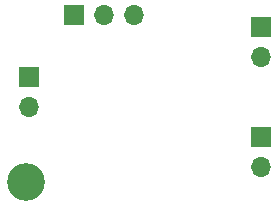
<source format=gbr>
%TF.GenerationSoftware,KiCad,Pcbnew,7.0.1*%
%TF.CreationDate,2023-06-12T23:03:10-04:00*%
%TF.ProjectId,SD Card Activity,53442043-6172-4642-9041-637469766974,rev?*%
%TF.SameCoordinates,Original*%
%TF.FileFunction,Soldermask,Bot*%
%TF.FilePolarity,Negative*%
%FSLAX46Y46*%
G04 Gerber Fmt 4.6, Leading zero omitted, Abs format (unit mm)*
G04 Created by KiCad (PCBNEW 7.0.1) date 2023-06-12 23:03:10*
%MOMM*%
%LPD*%
G01*
G04 APERTURE LIST*
%ADD10R,1.700000X1.700000*%
%ADD11O,1.700000X1.700000*%
%ADD12C,3.200000*%
G04 APERTURE END LIST*
D10*
%TO.C,J2*%
X157620000Y-73150000D03*
D11*
X157620000Y-75690000D03*
%TD*%
%TO.C,J4*%
X146855000Y-62775000D03*
X144315000Y-62775000D03*
D10*
X141775000Y-62775000D03*
%TD*%
%TO.C,J3*%
X157600000Y-63860000D03*
D11*
X157600000Y-66400000D03*
%TD*%
D10*
%TO.C,J1*%
X137922000Y-68072000D03*
D11*
X137922000Y-70612000D03*
%TD*%
D12*
%TO.C,REF\u002A\u002A*%
X137668000Y-76962000D03*
%TD*%
M02*

</source>
